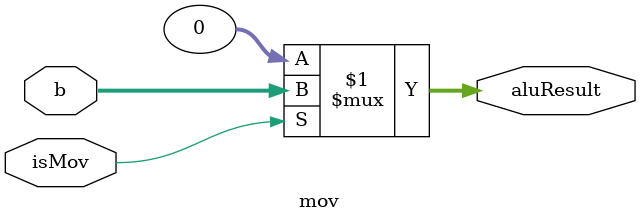
<source format=v>
module mov(
    input [31:0]  b,
    input isMov,
    output [31:0] aluResult
);
    assign  aluResult = (isMov)? b : 32'b0 ;
endmodule

</source>
